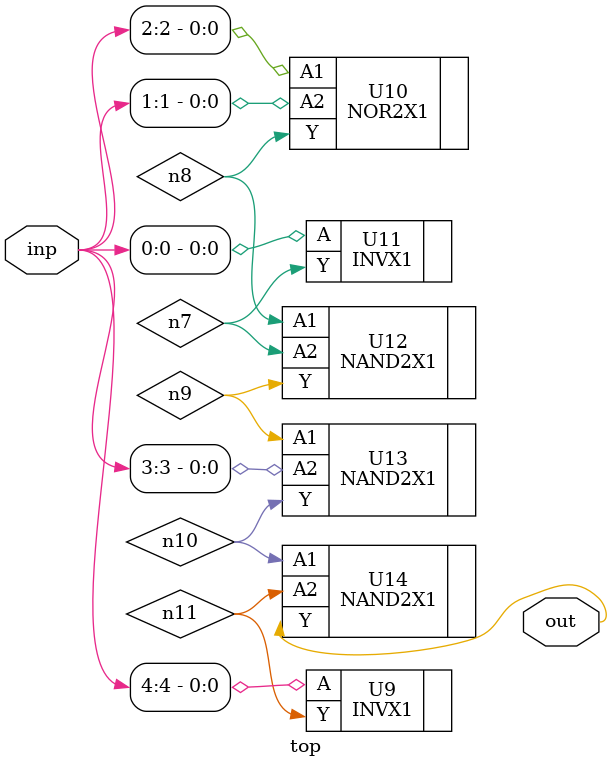
<source format=sv>


module top ( inp, out );
  input [4:0] inp;
  output out;
  wire   n7, n8, n9, n10, n11;

  INVX1 U9 ( .A(inp[4]), .Y(n11) );
  NOR2X1 U10 ( .A1(inp[2]), .A2(inp[1]), .Y(n8) );
  INVX1 U11 ( .A(inp[0]), .Y(n7) );
  NAND2X1 U12 ( .A1(n8), .A2(n7), .Y(n9) );
  NAND2X1 U13 ( .A1(n9), .A2(inp[3]), .Y(n10) );
  NAND2X1 U14 ( .A1(n10), .A2(n11), .Y(out) );
endmodule


</source>
